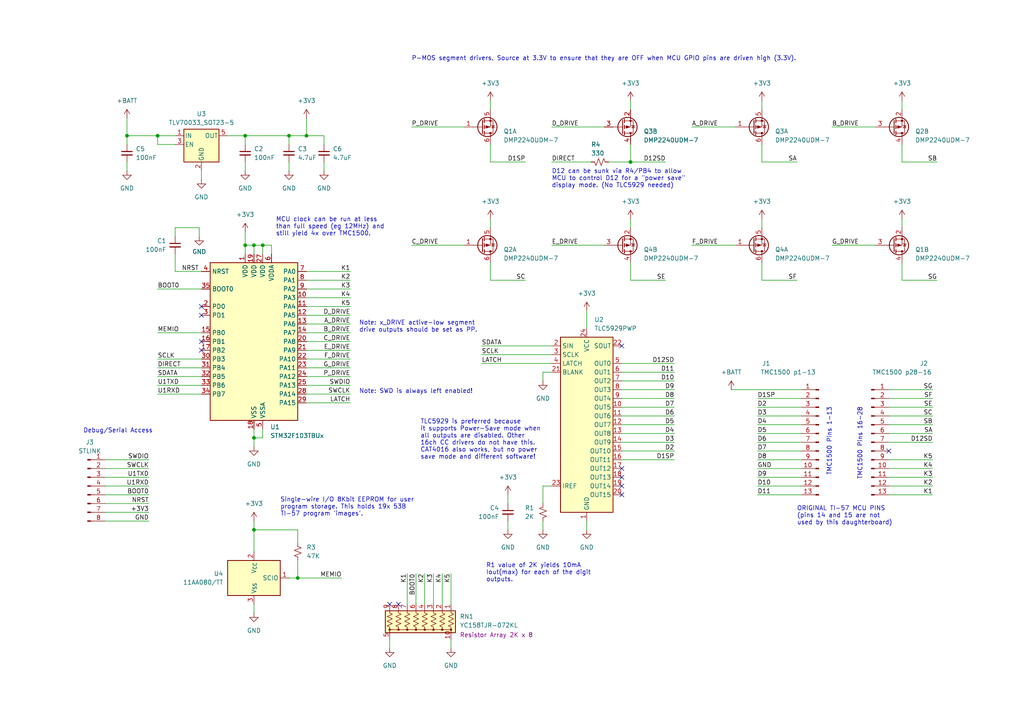
<source format=kicad_sch>
(kicad_sch (version 20230121) (generator eeschema)
  (paper "A4")
  (title_block (title "RCL-57 Retrofit MCU") (date "2024-04-19") (rev "0.2") (company "tomcircuit@gmail.com"))
  (lib_symbols
    (symbol "Connector:Conn_01x08_Pin" (pin_names (offset 1.016) hide)
      (property "Reference" "J" (at 0 10.16 0))
      (property "Value" "Conn_01x08_Pin" (at 0 -12.7 0))
      (symbol "Conn_01x08_Pin_1_1"
        (polyline (pts (xy 1.27 -10.16) (xy 0.8636 -10.16)) (stroke (width 0.1524)))
        (polyline (pts (xy 1.27 -7.62) (xy 0.8636 -7.62)) (stroke (width 0.1524)))
        (polyline (pts (xy 1.27 -5.08) (xy 0.8636 -5.08)) (stroke (width 0.1524)))
        (polyline (pts (xy 1.27 -2.54) (xy 0.8636 -2.54)) (stroke (width 0.1524)))
        (polyline (pts (xy 1.27 0) (xy 0.8636 0)) (stroke (width 0.1524)))
        (polyline (pts (xy 1.27 2.54) (xy 0.8636 2.54)) (stroke (width 0.1524)))
        (polyline (pts (xy 1.27 5.08) (xy 0.8636 5.08)) (stroke (width 0.1524)))
        (polyline (pts (xy 1.27 7.62) (xy 0.8636 7.62)) (stroke (width 0.1524)))
        (rectangle (start 0.8636 -10.033) (end 0 -10.287) (stroke (width 0.1524)) (fill (type outline)))
        (rectangle (start 0.8636 -7.493) (end 0 -7.747) (stroke (width 0.1524)) (fill (type outline)))
        (rectangle (start 0.8636 -4.953) (end 0 -5.207) (stroke (width 0.1524)) (fill (type outline)))
        (rectangle (start 0.8636 -2.413) (end 0 -2.667) (stroke (width 0.1524)) (fill (type outline)))
        (rectangle (start 0.8636 0.127) (end 0 -0.127) (stroke (width 0.1524)) (fill (type outline)))
        (rectangle (start 0.8636 2.667) (end 0 2.413) (stroke (width 0.1524)) (fill (type outline)))
        (rectangle (start 0.8636 5.207) (end 0 4.953) (stroke (width 0.1524)) (fill (type outline)))
        (rectangle (start 0.8636 7.747) (end 0 7.493) (stroke (width 0.1524)) (fill (type outline)))
        (pin passive line (at 5.08 7.62 180) (length 3.81) (name "Pin_1") (number "1"))
        (pin passive line (at 5.08 5.08 180) (length 3.81) (name "Pin_2") (number "2"))
        (pin passive line (at 5.08 2.54 180) (length 3.81) (name "Pin_3") (number "3"))
        (pin passive line (at 5.08 0 180) (length 3.81) (name "Pin_4") (number "4"))
        (pin passive line (at 5.08 -2.54 180) (length 3.81) (name "Pin_5") (number "5"))
        (pin passive line (at 5.08 -5.08 180) (length 3.81) (name "Pin_6") (number "6"))
        (pin passive line (at 5.08 -7.62 180) (length 3.81) (name "Pin_7") (number "7"))
        (pin passive line (at 5.08 -10.16 180) (length 3.81) (name "Pin_8") (number "8"))
      )
    )
    (symbol "Connector:Conn_01x13_Pin" (pin_names (offset 1.016) hide)
      (property "Reference" "J" (at 0 17.78 0))
      (property "Value" "Conn_01x13_Pin" (at 0 -17.78 0))
      (symbol "Conn_01x13_Pin_1_1"
        (polyline (pts (xy 1.27 -15.24) (xy 0.8636 -15.24)) (stroke (width 0.1524)))
        (polyline (pts (xy 1.27 -12.7) (xy 0.8636 -12.7)) (stroke (width 0.1524)))
        (polyline (pts (xy 1.27 -10.16) (xy 0.8636 -10.16)) (stroke (width 0.1524)))
        (polyline (pts (xy 1.27 -7.62) (xy 0.8636 -7.62)) (stroke (width 0.1524)))
        (polyline (pts (xy 1.27 -5.08) (xy 0.8636 -5.08)) (stroke (width 0.1524)))
        (polyline (pts (xy 1.27 -2.54) (xy 0.8636 -2.54)) (stroke (width 0.1524)))
        (polyline (pts (xy 1.27 0) (xy 0.8636 0)) (stroke (width 0.1524)))
        (polyline (pts (xy 1.27 2.54) (xy 0.8636 2.54)) (stroke (width 0.1524)))
        (polyline (pts (xy 1.27 5.08) (xy 0.8636 5.08)) (stroke (width 0.1524)))
        (polyline (pts (xy 1.27 7.62) (xy 0.8636 7.62)) (stroke (width 0.1524)))
        (polyline (pts (xy 1.27 10.16) (xy 0.8636 10.16)) (stroke (width 0.1524)))
        (polyline (pts (xy 1.27 12.7) (xy 0.8636 12.7)) (stroke (width 0.1524)))
        (polyline (pts (xy 1.27 15.24) (xy 0.8636 15.24)) (stroke (width 0.1524)))
        (rectangle (start 0.8636 -15.113) (end 0 -15.367) (stroke (width 0.1524)) (fill (type outline)))
        (rectangle (start 0.8636 -12.573) (end 0 -12.827) (stroke (width 0.1524)) (fill (type outline)))
        (rectangle (start 0.8636 -10.033) (end 0 -10.287) (stroke (width 0.1524)) (fill (type outline)))
        (rectangle (start 0.8636 -7.493) (end 0 -7.747) (stroke (width 0.1524)) (fill (type outline)))
        (rectangle (start 0.8636 -4.953) (end 0 -5.207) (stroke (width 0.1524)) (fill (type outline)))
        (rectangle (start 0.8636 -2.413) (end 0 -2.667) (stroke (width 0.1524)) (fill (type outline)))
        (rectangle (start 0.8636 0.127) (end 0 -0.127) (stroke (width 0.1524)) (fill (type outline)))
        (rectangle (start 0.8636 2.667) (end 0 2.413) (stroke (width 0.1524)) (fill (type outline)))
        (rectangle (start 0.8636 5.207) (end 0 4.953) (stroke (width 0.1524)) (fill (type outline)))
        (rectangle (start 0.8636 7.747) (end 0 7.493) (stroke (width 0.1524)) (fill (type outline)))
        (rectangle (start 0.8636 10.287) (end 0 10.033) (stroke (width 0.1524)) (fill (type outline)))
        (rectangle (start 0.8636 12.827) (end 0 12.573) (stroke (width 0.1524)) (fill (type outline)))
        (rectangle (start 0.8636 15.367) (end 0 15.113) (stroke (width 0.1524)) (fill (type outline)))
        (pin passive line (at 5.08 15.24 180) (length 3.81) (name "Pin_1") (number "1"))
        (pin passive line (at 5.08 -7.62 180) (length 3.81) (name "Pin_10") (number "10"))
        (pin passive line (at 5.08 -10.16 180) (length 3.81) (name "Pin_11") (number "11"))
        (pin passive line (at 5.08 -12.7 180) (length 3.81) (name "Pin_12") (number "12"))
        (pin passive line (at 5.08 -15.24 180) (length 3.81) (name "Pin_13") (number "13"))
        (pin passive line (at 5.08 12.7 180) (length 3.81) (name "Pin_2") (number "2"))
        (pin passive line (at 5.08 10.16 180) (length 3.81) (name "Pin_3") (number "3"))
        (pin passive line (at 5.08 7.62 180) (length 3.81) (name "Pin_4") (number "4"))
        (pin passive line (at 5.08 5.08 180) (length 3.81) (name "Pin_5") (number "5"))
        (pin passive line (at 5.08 2.54 180) (length 3.81) (name "Pin_6") (number "6"))
        (pin passive line (at 5.08 0 180) (length 3.81) (name "Pin_7") (number "7"))
        (pin passive line (at 5.08 -2.54 180) (length 3.81) (name "Pin_8") (number "8"))
        (pin passive line (at 5.08 -5.08 180) (length 3.81) (name "Pin_9") (number "9"))
      )
    )
    (symbol "Device:C_Small" (pin_numbers hide) (pin_names (offset 0.254) hide)
      (property "Reference" "C" (at 0.254 1.778 0))
      (property "Value" "C_Small" (at 0.254 -2.032 0))
      (symbol "C_Small_0_1"
        (polyline (pts (xy -1.524 -0.508) (xy 1.524 -0.508)) (stroke (width 0.3302)))
        (polyline (pts (xy -1.524 0.508) (xy 1.524 0.508)) (stroke (width 0.3048)))
      )
      (symbol "C_Small_1_1"
        (pin passive line (at 0 2.54 270) (length 2.032) (name "~") (number "1"))
        (pin passive line (at 0 -2.54 90) (length 2.032) (name "~") (number "2"))
      )
    )
    (symbol "Device:R_Small_US" (pin_numbers hide) (pin_names (offset 0.254) hide)
      (property "Reference" "R" (at 0.762 0.508 0))
      (property "Value" "R_Small_US" (at 0.762 -1.016 0))
      (symbol "R_Small_US_1_1"
        (polyline (pts (xy 0 0) (xy 1.016 -0.381) (xy 0 -0.762) (xy -1.016 -1.143) (xy 0 -1.524)))
        (polyline (pts (xy 0 1.524) (xy 1.016 1.143) (xy 0 0.762) (xy -1.016 0.381) (xy 0 0)))
        (pin passive line (at 0 2.54 270) (length 1.016) (name "~") (number "1"))
        (pin passive line (at 0 -2.54 90) (length 1.016) (name "~") (number "2"))
      )
    )
    (symbol "MCU_ST_STM32F1:STM32F103TBUx"
      (property "Reference" "U" (at -12.7 24.13 0))
      (property "Value" "STM32F103TBUx" (at 7.62 24.13 0))
      (symbol "STM32F103TBUx_0_1"
        (rectangle (start -12.7 -22.86) (end 12.7 22.86) (stroke (width 0.254)) (fill (type background)))
      )
      (symbol "STM32F103TBUx_1_1"
        (pin power_in line (at -2.54 25.4 270) (length 2.54) (name "VDD") (number "1"))
        (pin bidirectional line (at 15.24 12.7 180) (length 2.54) (name "PA3") (number "10"))
        (pin bidirectional line (at 15.24 10.16 180) (length 2.54) (name "PA4") (number "11"))
        (pin bidirectional line (at 15.24 7.62 180) (length 2.54) (name "PA5") (number "12"))
        (pin bidirectional line (at 15.24 5.08 180) (length 2.54) (name "PA6") (number "13"))
        (pin bidirectional line (at 15.24 2.54 180) (length 2.54) (name "PA7") (number "14"))
        (pin bidirectional line (at -15.24 2.54 0) (length 2.54) (name "PB0") (number "15"))
        (pin bidirectional line (at -15.24 0 0) (length 2.54) (name "PB1") (number "16"))
        (pin bidirectional line (at -15.24 -2.54 0) (length 2.54) (name "PB2") (number "17"))
        (pin power_in line (at 0 -25.4 90) (length 2.54) (name "VSS") (number "18"))
        (pin power_in line (at 0 25.4 270) (length 2.54) (name "VDD") (number "19"))
        (pin bidirectional line (at -15.24 10.16 0) (length 2.54) (name "PD0") (number "2"))
        (pin bidirectional line (at 15.24 0 180) (length 2.54) (name "PA8") (number "20"))
        (pin bidirectional line (at 15.24 -2.54 180) (length 2.54) (name "PA9") (number "21"))
        (pin bidirectional line (at 15.24 -5.08 180) (length 2.54) (name "PA10") (number "22"))
        (pin bidirectional line (at 15.24 -7.62 180) (length 2.54) (name "PA11") (number "23"))
        (pin bidirectional line (at 15.24 -10.16 180) (length 2.54) (name "PA12") (number "24"))
        (pin bidirectional line (at 15.24 -12.7 180) (length 2.54) (name "PA13") (number "25"))
        (pin passive line (at 0 -25.4 90) (length 2.54) hide (name "VSS") (number "26"))
        (pin power_in line (at 2.54 25.4 270) (length 2.54) (name "VDD") (number "27"))
        (pin bidirectional line (at 15.24 -15.24 180) (length 2.54) (name "PA14") (number "28"))
        (pin bidirectional line (at 15.24 -17.78 180) (length 2.54) (name "PA15") (number "29"))
        (pin bidirectional line (at -15.24 7.62 0) (length 2.54) (name "PD1") (number "3"))
        (pin bidirectional line (at -15.24 -5.08 0) (length 2.54) (name "PB3") (number "30"))
        (pin bidirectional line (at -15.24 -7.62 0) (length 2.54) (name "PB4") (number "31"))
        (pin bidirectional line (at -15.24 -10.16 0) (length 2.54) (name "PB5") (number "32"))
        (pin bidirectional line (at -15.24 -12.7 0) (length 2.54) (name "PB6") (number "33"))
        (pin bidirectional line (at -15.24 -15.24 0) (length 2.54) (name "PB7") (number "34"))
        (pin input line (at -15.24 15.24 0) (length 2.54) (name "BOOT0") (number "35"))
        (pin passive line (at 0 -25.4 90) (length 2.54) hide (name "VSS") (number "36"))
        (pin passive line (at 0 -25.4 90) (length 2.54) hide (name "VSS") (number "37"))
        (pin input line (at -15.24 20.32 0) (length 2.54) (name "NRST") (number "4"))
        (pin power_in line (at 2.54 -25.4 90) (length 2.54) (name "VSSA") (number "5"))
        (pin power_in line (at 5.08 25.4 270) (length 2.54) (name "VDDA") (number "6"))
        (pin bidirectional line (at 15.24 20.32 180) (length 2.54) (name "PA0") (number "7"))
        (pin bidirectional line (at 15.24 17.78 180) (length 2.54) (name "PA1") (number "8"))
        (pin bidirectional line (at 15.24 15.24 180) (length 2.54) (name "PA2") (number "9"))
      )
    )
    (symbol "Regulator_Linear:TLV70033_SOT23-5" (pin_names (offset 0.254))
      (property "Reference" "U3" (at 0 8.89 0))
      (property "Value" "TLV70033_SOT23-5" (at 0 6.35 0))
      (symbol "TLV70033_SOT23-5_0_1"
        (rectangle (start -5.08 4.445) (end 5.08 -5.08) (stroke (width 0.254)) (fill (type background)))
      )
      (symbol "TLV70033_SOT23-5_1_1"
        (pin power_in line (at -7.62 2.54 0) (length 2.54) (name "IN") (number "1"))
        (pin power_in line (at 0 -7.62 90) (length 2.54) (name "GND") (number "2"))
        (pin input line (at -7.62 0 0) (length 2.54) (name "EN") (number "3"))
        (pin power_in line (at 0 -7.62 90) (length 2.54) hide (name "NC") (number "4"))
        (pin power_out line (at 7.62 2.54 180) (length 2.54) (name "OUT") (number "5"))
      )
    )
    (symbol "power:+3V3" (power) (pin_names (offset 0))
      (property "Value" "+3V3" (at 0 3.556 0))
      (symbol "+3V3_0_1"
        (polyline (pts (xy -0.762 1.27) (xy 0 2.54)))
        (polyline (pts (xy 0 0) (xy 0 2.54)))
        (polyline (pts (xy 0 2.54) (xy 0.762 1.27)))
      )
      (symbol "+3V3_1_1"
        (pin power_in line (at 0 0 90) (length 0) hide (name "+3V3") (number "1"))
      )
    )
    (symbol "power:+BATT" (power) (pin_names (offset 0))
      (property "Value" "+BATT" (at 0 3.556 0))
      (symbol "+BATT_0_1"
        (polyline (pts (xy -0.762 1.27) (xy 0 2.54)))
        (polyline (pts (xy 0 0) (xy 0 2.54)))
        (polyline (pts (xy 0 2.54) (xy 0.762 1.27)))
      )
      (symbol "+BATT_1_1"
        (pin power_in line (at 0 0 90) (length 0) hide (name "+BATT") (number "1"))
      )
    )
    (symbol "power:GND" (power) (pin_names (offset 0))
      (property "Value" "GND" (at 0 -3.81 0))
      (symbol "GND_0_1"
        (polyline (pts (xy 0 0) (xy 0 -1.27) (xy 1.27 -1.27) (xy 0 -2.54) (xy -1.27 -1.27) (xy 0 -1.27)))
      )
      (symbol "GND_1_1"
        (pin power_in line (at 0 0 270) (length 0) hide (name "GND") (number "1"))
      )
    )
    (symbol "ti57_library:11AAxxx/TT"
      (property "Reference" "U" (at -7.62 6.35 0))
      (property "Value" "11AAxxx/TT" (at 2.54 -6.35 0))
      (symbol "11AAxxx/TT_1_1"
        (rectangle (start -7.62 5.08) (end 7.62 -5.08) (stroke (width 0.254)) (fill (type background)))
        (pin bidirectional line (at 10.16 0 180) (length 2.54) (name "SCIO") (number "1"))
        (pin power_in line (at 0 7.62 270) (length 2.54) (name "V_{CC}") (number "2"))
        (pin power_in line (at 0 -7.62 90) (length 2.54) (name "V_{SS}") (number "3"))
      )
    )
    (symbol "ti57_library:DMP2240UDM-7" (pin_names hide)
      (property "Reference" "Q" (at 5.08 2.54 0))
      (property "Value" "DMP2240UDM-7" (at 5.08 0 0))
      (symbol "DMP2240UDM-7_1_1"
        (polyline (pts (xy 0.2511 1.9119) (xy 0.2511 -1.8981)) (stroke (width 0.254)))
        (polyline (pts (xy 0.254 0) (xy -2.54 0)))
        (polyline (pts (xy 0.7591 -1.2631) (xy 0.7591 -2.2791)) (stroke (width 0.254)))
        (polyline (pts (xy 0.7591 0.5149) (xy 0.7591 -0.5011)) (stroke (width 0.254)))
        (polyline (pts (xy 0.7591 2.2929) (xy 0.7591 1.2769)) (stroke (width 0.254)))
        (polyline (pts (xy 2.5371 -1.8981) (xy 2.5371 -2.5331)))
        (polyline (pts (xy 2.5371 2.5469) (xy 2.5371 0.0069) (xy 0.7591 0.0069)))
        (polyline (pts (xy 0.7591 -1.7711) (xy 3.2991 -1.7711) (xy 3.2991 1.7849) (xy 0.7591 1.7849)))
        (polyline (pts (xy 2.2831 0.0069) (xy 1.2671 -0.3741) (xy 1.2671 0.3879) (xy 2.2831 0.0069)) (fill (type outline)))
        (polyline (pts (xy 2.7911 0.5149) (xy 2.9181 0.3879) (xy 3.6801 0.3879) (xy 3.8071 0.2609)))
        (polyline (pts (xy 3.2991 0.3879) (xy 2.9181 -0.2471) (xy 3.6801 -0.2471) (xy 3.2991 0.3879)))
        (circle (center 1.6481 0.0069) (radius 2.794) (stroke (width 0.254)))
        (circle (center 2.5371 -1.7711) (radius 0.254) (fill (type outline)))
        (circle (center 2.5371 1.7849) (radius 0.254) (fill (type outline)))
        (pin input line (at -5.08 0 0) (length 2.54) (name "GA") (number "1"))
        (pin passive line (at 2.54 5.08 270) (length 2.54) (name "SA") (number "5"))
        (pin passive line (at 2.54 -5.08 90) (length 2.54) (name "DA") (number "6"))
      )
      (symbol "DMP2240UDM-7_2_1"
        (polyline (pts (xy 0.254 0) (xy -2.54 0)))
        (polyline (pts (xy 0.254 1.905) (xy 0.254 -1.905)) (stroke (width 0.254)))
        (polyline (pts (xy 0.762 -1.27) (xy 0.762 -2.286)) (stroke (width 0.254)))
        (polyline (pts (xy 0.762 0.508) (xy 0.762 -0.508)) (stroke (width 0.254)))
        (polyline (pts (xy 0.762 2.286) (xy 0.762 1.27)) (stroke (width 0.254)))
        (polyline (pts (xy 2.54 -1.905) (xy 2.54 -2.54)))
        (polyline (pts (xy 2.54 2.54) (xy 2.54 0) (xy 0.762 0)))
        (polyline (pts (xy 0.762 -1.778) (xy 3.302 -1.778) (xy 3.302 1.778) (xy 0.762 1.778)))
        (polyline (pts (xy 2.286 0) (xy 1.27 -0.381) (xy 1.27 0.381) (xy 2.286 0)) (fill (type outline)))
        (polyline (pts (xy 2.794 0.508) (xy 2.921 0.381) (xy 3.683 0.381) (xy 3.81 0.254)))
        (polyline (pts (xy 3.302 0.381) (xy 2.921 -0.254) (xy 3.683 -0.254) (xy 3.302 0.381)))
        (circle (center 1.651 0) (radius 2.794) (stroke (width 0.254)))
        (circle (center 2.54 -1.778) (radius 0.254) (fill (type outline)))
        (circle (center 2.54 1.778) (radius 0.254) (fill (type outline)))
        (pin passive line (at 2.54 5.08 270) (length 2.54) (name "SB") (number "2"))
        (pin input line (at -5.08 0 0) (length 2.54) (name "GB") (number "3"))
        (pin passive line (at 2.54 -5.08 90) (length 2.54) (name "DB") (number "4"))
      )
    )
    (symbol "ti57_library:R_Network_YC158T" (pin_names (offset 0) hide)
      (property "Reference" "RN" (at -12.7 0 90))
      (property "Value" "R_Network_YC158T" (at 10.16 0 90))
      (symbol "R_Network_YC158T_0_1"
        (rectangle (start -11.43 3.175) (end 8.89 -3.175) (stroke (width 0.254)) (fill (type background)))
        (circle (center -10.16 2.286) (radius 0.254) (fill (type outline)))
        (circle (center -7.62 2.286) (radius 0.254) (fill (type outline)))
        (circle (center -5.08 2.286) (radius 0.254) (fill (type outline)))
        (circle (center -2.54 2.286) (radius 0.254) (fill (type outline)))
        (polyline (pts (xy -10.16 2.286) (xy 7.62 2.286)))
        (polyline (pts (xy -10.16 2.286) (xy -10.16 1.524) (xy -9.398 1.1684) (xy -10.922 0.508) (xy -9.398 -0.1524) (xy -10.922 -0.8382) (xy -9.398 -1.524) (xy -10.922 -2.1844) (xy -10.16 -2.54) (xy -10.16 -3.81)))
        (polyline (pts (xy -7.62 2.286) (xy -7.62 1.524) (xy -6.858 1.1684) (xy -8.382 0.508) (xy -6.858 -0.1524) (xy -8.382 -0.8382) (xy -6.858 -1.524) (xy -8.382 -2.1844) (xy -7.62 -2.54) (xy -7.62 -3.81)))
        (polyline (pts (xy -5.08 2.286) (xy -5.08 1.524) (xy -4.318 1.1684) (xy -5.842 0.508) (xy -4.318 -0.1524) (xy -5.842 -0.8382) (xy -4.318 -1.524) (xy -5.842 -2.1844) (xy -5.08 -2.54) (xy -5.08 -3.81)))
        (polyline (pts (xy -2.54 2.286) (xy -2.54 1.524) (xy -1.778 1.1684) (xy -3.302 0.508) (xy -1.778 -0.1524) (xy -3.302 -0.8382) (xy -1.778 -1.524) (xy -3.302 -2.1844) (xy -2.54 -2.54) (xy -2.54 -3.81)))
        (polyline (pts (xy 0 2.286) (xy 0 1.524) (xy 0.762 1.1684) (xy -0.762 0.508) (xy 0.762 -0.1524) (xy -0.762 -0.8382) (xy 0.762 -1.524) (xy -0.762 -2.1844) (xy 0 -2.54) (xy 0 -3.81)))
        (polyline (pts (xy 2.54 2.286) (xy 2.54 1.524) (xy 3.302 1.1684) (xy 1.778 0.508) (xy 3.302 -0.1524) (xy 1.778 -0.8382) (xy 3.302 -1.524) (xy 1.778 -2.1844) (xy 2.54 -2.54) (xy 2.54 -3.81)))
        (polyline (pts (xy 5.08 2.286) (xy 5.08 1.524) (xy 5.842 1.1684) (xy 4.318 0.508) (xy 5.842 -0.1524) (xy 4.318 -0.8382) (xy 5.842 -1.524) (xy 4.318 -2.1844) (xy 5.08 -2.54) (xy 5.08 -3.81)))
        (polyline (pts (xy 7.62 2.286) (xy 7.62 1.524) (xy 8.382 1.1684) (xy 6.858 0.508) (xy 8.382 -0.1524) (xy 6.858 -0.8382) (xy 8.382 -1.524) (xy 6.858 -2.1844) (xy 7.62 -2.54) (xy 7.62 -3.81)))
        (circle (center 0 2.286) (radius 0.254) (fill (type outline)))
        (circle (center 2.54 2.286) (radius 0.254) (fill (type outline)))
        (circle (center 5.08 2.286) (radius 0.254) (fill (type outline)))
        (circle (center 7.62 2.286) (radius 0.254) (fill (type outline)))
      )
      (symbol "R_Network_YC158T_1_1"
        (pin passive line (at -10.16 -5.08 90) (length 1.27) (name "R1") (number "1"))
        (pin passive line (at -10.16 5.08 270) (length 2.54) (name "common2") (number "10"))
        (pin passive line (at -7.62 -5.08 90) (length 1.27) (name "R2") (number "2"))
        (pin passive line (at -5.08 -5.08 90) (length 1.27) (name "R3") (number "3"))
        (pin passive line (at -2.54 -5.08 90) (length 1.27) (name "R4") (number "4"))
        (pin passive line (at 7.62 5.08 270) (length 2.54) (name "common1") (number "5"))
        (pin passive line (at 0 -5.08 90) (length 1.27) (name "R5") (number "6"))
        (pin passive line (at 2.54 -5.08 90) (length 1.27) (name "R6") (number "7"))
        (pin passive line (at 5.08 -5.08 90) (length 1.27) (name "R7") (number "8"))
        (pin passive line (at 7.62 -5.08 90) (length 1.27) (name "R8") (number "9"))
      )
    )
    (symbol "ti57_library:TLC5929PWP"
      (property "Reference" "U" (at -7.62 26.67 0))
      (property "Value" "TLC5929PWP" (at 6.35 -26.67 0))
      (symbol "TLC5929PWP_0_1"
        (rectangle (start -7.62 25.4) (end 7.62 -25.4) (stroke (width 0.254)) (fill (type background)))
      )
      (symbol "TLC5929PWP_1_1"
        (pin power_in line (at 0 -27.94 90) (length 2.54) (name "GND") (number "1"))
        (pin open_collector line (at 10.16 5.08 180) (length 2.54) (name "OUT5") (number "10"))
        (pin open_collector line (at 10.16 2.54 180) (length 2.54) (name "OUT6") (number "11"))
        (pin open_collector line (at 10.16 0 180) (length 2.54) (name "OUT7") (number "12"))
        (pin open_collector line (at 10.16 -2.54 180) (length 2.54) (name "OUT8") (number "13"))
        (pin open_collector line (at 10.16 -5.08 180) (length 2.54) (name "OUT9") (number "14"))
        (pin open_collector line (at 10.16 -7.62 180) (length 2.54) (name "OUT10") (number "15"))
        (pin open_collector line (at 10.16 -10.16 180) (length 2.54) (name "OUT11") (number "16"))
        (pin open_collector line (at 10.16 -12.7 180) (length 2.54) (name "OUT12") (number "17"))
        (pin open_collector line (at 10.16 -15.24 180) (length 2.54) (name "OUT13") (number "18"))
        (pin open_collector line (at 10.16 -17.78 180) (length 2.54) (name "OUT14") (number "19"))
        (pin input line (at -10.16 22.86 0) (length 2.54) (name "SIN") (number "2"))
        (pin open_collector line (at 10.16 -20.32 180) (length 2.54) (name "OUT15") (number "20"))
        (pin input line (at -10.16 15.24 0) (length 2.54) (name "BLANK") (number "21"))
        (pin output line (at 10.16 22.86 180) (length 2.54) (name "SOUT") (number "22"))
        (pin input line (at -10.16 -17.78 0) (length 2.54) (name "IREF") (number "23"))
        (pin power_in line (at 0 27.94 270) (length 2.54) (name "VCC") (number "24"))
        (pin passive line (at 0 -27.94 90) (length 2.54) hide (name "GND") (number "25"))
        (pin input line (at -10.16 20.32 0) (length 2.54) (name "SCLK") (number "3"))
        (pin input line (at -10.16 17.78 0) (length 2.54) (name "LATCH") (number "4"))
        (pin open_collector line (at 10.16 17.78 180) (length 2.54) (name "OUT0") (number "5"))
        (pin open_collector line (at 10.16 15.24 180) (length 2.54) (name "OUT1") (number "6"))
        (pin open_collector line (at 10.16 12.7 180) (length 2.54) (name "OUT2") (number "7"))
        (pin open_collector line (at 10.16 10.16 180) (length 2.54) (name "OUT3") (number "8"))
        (pin open_collector line (at 10.16 7.62 180) (length 2.54) (name "OUT4") (number "9"))
      )
    )
  )
  (junction (at 76.2 71.12))
  (junction (at 83.82 39.37))
  (junction (at 71.12 39.37))
  (junction (at 182.88 46.99))
  (junction (at 71.12 71.12))
  (junction (at 36.83 39.37))
  (junction (at 73.66 127))
  (junction (at 86.36 167.64))
  (junction (at 45.72 39.37))
  (junction (at 73.66 153.67))
  (junction (at 73.66 71.12))
  (junction (at 88.9 39.37))
  (no_connect (at 113.03 175.26))
  (no_connect (at 58.42 88.9))
  (no_connect (at 180.34 143.51))
  (no_connect (at 180.34 100.33))
  (no_connect (at 58.42 101.6))
  (no_connect (at 180.34 138.43))
  (no_connect (at 58.42 99.06))
  (no_connect (at 257.81 130.81))
  (no_connect (at 180.34 135.89))
  (no_connect (at 58.42 91.44))
  (no_connect (at 115.57 175.26))
  (no_connect (at 180.34 140.97))
  (wire (pts (xy 257.81 120.65) (xy 270.51 120.65)))
  (wire (pts (xy 119.38 36.83) (xy 134.62 36.83)))
  (wire (pts (xy 180.34 105.41) (xy 195.58 105.41)))
  (wire (pts (xy 257.81 135.89) (xy 270.51 135.89)))
  (wire (pts (xy 50.8 78.74) (xy 50.8 73.66)))
  (wire (pts (xy 50.8 66.04) (xy 57.785 66.04)))
  (wire (pts (xy 76.2 73.66) (xy 76.2 71.12)))
  (wire (pts (xy 180.34 107.95) (xy 195.58 107.95)))
  (wire (pts (xy 101.6 81.28) (xy 88.9 81.28)))
  (wire (pts (xy 257.81 125.73) (xy 270.51 125.73)))
  (wire (pts (xy 257.81 118.11) (xy 270.51 118.11)))
  (wire (pts (xy 170.18 151.13) (xy 170.18 153.67)))
  (wire (pts (xy 182.88 46.99) (xy 193.04 46.99)))
  (wire (pts (xy 219.71 140.97) (xy 232.41 140.97)))
  (wire (pts (xy 119.38 71.12) (xy 134.62 71.12)))
  (wire (pts (xy 180.34 113.03) (xy 195.58 113.03)))
  (wire (pts (xy 142.24 41.91) (xy 142.24 46.99)))
  (wire (pts (xy 123.19 166.37) (xy 123.19 175.26)))
  (wire (pts (xy 219.71 133.35) (xy 232.41 133.35)))
  (wire (pts (xy 58.42 106.68) (xy 45.72 106.68)))
  (wire (pts (xy 200.66 71.12) (xy 213.36 71.12)))
  (wire (pts (xy 45.72 111.76) (xy 58.42 111.76)))
  (wire (pts (xy 160.02 140.97) (xy 157.48 140.97)))
  (wire (pts (xy 83.82 39.37) (xy 83.82 41.91)))
  (wire (pts (xy 118.11 166.37) (xy 118.11 175.26)))
  (wire (pts (xy 101.6 83.82) (xy 88.9 83.82)))
  (wire (pts (xy 30.48 140.97) (xy 43.18 140.97)))
  (wire (pts (xy 142.24 81.28) (xy 152.4 81.28)))
  (wire (pts (xy 125.73 166.37) (xy 125.73 175.26)))
  (wire (pts (xy 139.7 102.87) (xy 160.02 102.87)))
  (wire (pts (xy 219.71 118.11) (xy 232.41 118.11)))
  (wire (pts (xy 36.83 39.37) (xy 36.83 41.91)))
  (wire (pts (xy 220.98 63.5) (xy 220.98 66.04)))
  (wire (pts (xy 157.48 107.95) (xy 160.02 107.95)))
  (wire (pts (xy 160.02 71.12) (xy 175.26 71.12)))
  (wire (pts (xy 220.98 76.2) (xy 220.98 81.28)))
  (wire (pts (xy 261.62 81.28) (xy 271.78 81.28)))
  (wire (pts (xy 78.74 73.66) (xy 78.74 71.12)))
  (wire (pts (xy 78.74 71.12) (xy 76.2 71.12)))
  (wire (pts (xy 73.66 127) (xy 73.66 129.54)))
  (wire (pts (xy 86.36 157.48) (xy 86.36 153.67)))
  (wire (pts (xy 30.48 151.13) (xy 43.18 151.13)))
  (wire (pts (xy 58.42 104.14) (xy 45.72 104.14)))
  (wire (pts (xy 220.98 29.21) (xy 220.98 31.75)))
  (wire (pts (xy 257.81 115.57) (xy 270.51 115.57)))
  (wire (pts (xy 71.12 39.37) (xy 71.12 41.91)))
  (wire (pts (xy 88.9 86.36) (xy 101.6 86.36)))
  (wire (pts (xy 58.42 109.22) (xy 45.72 109.22)))
  (wire (pts (xy 219.71 125.73) (xy 232.41 125.73)))
  (wire (pts (xy 261.62 41.91) (xy 261.62 46.99)))
  (wire (pts (xy 71.12 71.12) (xy 71.12 73.66)))
  (wire (pts (xy 101.6 104.14) (xy 88.9 104.14)))
  (wire (pts (xy 261.62 46.99) (xy 271.78 46.99)))
  (wire (pts (xy 101.6 91.44) (xy 88.9 91.44)))
  (wire (pts (xy 73.66 71.12) (xy 73.66 73.66)))
  (wire (pts (xy 257.81 133.35) (xy 270.51 133.35)))
  (wire (pts (xy 180.34 120.65) (xy 195.58 120.65)))
  (wire (pts (xy 71.12 46.99) (xy 71.12 49.53)))
  (wire (pts (xy 76.2 127) (xy 73.66 127)))
  (wire (pts (xy 120.65 166.37) (xy 120.65 175.26)))
  (wire (pts (xy 30.48 148.59) (xy 43.18 148.59)))
  (wire (pts (xy 101.6 109.22) (xy 88.9 109.22)))
  (wire (pts (xy 182.88 41.91) (xy 182.88 46.99)))
  (wire (pts (xy 36.83 39.37) (xy 45.72 39.37)))
  (wire (pts (xy 257.81 138.43) (xy 270.51 138.43)))
  (wire (pts (xy 50.8 41.91) (xy 45.72 41.91)))
  (wire (pts (xy 71.12 39.37) (xy 83.82 39.37)))
  (wire (pts (xy 30.48 133.35) (xy 43.18 133.35)))
  (wire (pts (xy 219.71 138.43) (xy 232.41 138.43)))
  (wire (pts (xy 180.34 115.57) (xy 195.58 115.57)))
  (wire (pts (xy 101.6 99.06) (xy 88.9 99.06)))
  (wire (pts (xy 45.72 96.52) (xy 58.42 96.52)))
  (wire (pts (xy 180.34 123.19) (xy 195.58 123.19)))
  (wire (pts (xy 170.18 90.17) (xy 170.18 95.25)))
  (wire (pts (xy 101.6 111.76) (xy 88.9 111.76)))
  (wire (pts (xy 182.88 76.2) (xy 182.88 81.28)))
  (wire (pts (xy 73.66 151.13) (xy 73.66 153.67)))
  (wire (pts (xy 180.34 118.11) (xy 195.58 118.11)))
  (wire (pts (xy 128.27 166.37) (xy 128.27 175.26)))
  (wire (pts (xy 200.66 36.83) (xy 213.36 36.83)))
  (wire (pts (xy 73.66 71.12) (xy 76.2 71.12)))
  (wire (pts (xy 45.72 83.82) (xy 58.42 83.82)))
  (wire (pts (xy 101.6 114.3) (xy 88.9 114.3)))
  (wire (pts (xy 101.6 78.74) (xy 88.9 78.74)))
  (wire (pts (xy 93.98 39.37) (xy 93.98 41.91)))
  (wire (pts (xy 219.71 128.27) (xy 232.41 128.27)))
  (wire (pts (xy 73.66 175.26) (xy 73.66 177.8)))
  (wire (pts (xy 180.34 110.49) (xy 195.58 110.49)))
  (wire (pts (xy 180.34 133.35) (xy 195.58 133.35)))
  (wire (pts (xy 219.71 115.57) (xy 232.41 115.57)))
  (wire (pts (xy 180.34 128.27) (xy 195.58 128.27)))
  (wire (pts (xy 30.48 135.89) (xy 43.18 135.89)))
  (wire (pts (xy 30.48 138.43) (xy 43.18 138.43)))
  (wire (pts (xy 45.72 114.3) (xy 58.42 114.3)))
  (wire (pts (xy 86.36 167.64) (xy 99.06 167.64)))
  (wire (pts (xy 88.9 116.84) (xy 101.6 116.84)))
  (wire (pts (xy 160.02 46.99) (xy 171.45 46.99)))
  (wire (pts (xy 182.88 29.21) (xy 182.88 31.75)))
  (wire (pts (xy 180.34 130.81) (xy 195.58 130.81)))
  (wire (pts (xy 139.7 100.33) (xy 160.02 100.33)))
  (wire (pts (xy 45.72 39.37) (xy 50.8 39.37)))
  (wire (pts (xy 36.83 34.29) (xy 36.83 39.37)))
  (wire (pts (xy 93.98 46.99) (xy 93.98 49.53)))
  (wire (pts (xy 45.72 41.91) (xy 45.72 39.37)))
  (wire (pts (xy 257.81 128.27) (xy 270.51 128.27)))
  (wire (pts (xy 139.7 105.41) (xy 160.02 105.41)))
  (wire (pts (xy 261.62 63.5) (xy 261.62 66.04)))
  (wire (pts (xy 71.12 67.31) (xy 71.12 71.12)))
  (wire (pts (xy 58.42 78.74) (xy 50.8 78.74)))
  (wire (pts (xy 142.24 63.5) (xy 142.24 66.04)))
  (wire (pts (xy 261.62 29.21) (xy 261.62 31.75)))
  (wire (pts (xy 83.82 39.37) (xy 88.9 39.37)))
  (wire (pts (xy 182.88 63.5) (xy 182.88 66.04)))
  (wire (pts (xy 147.32 143.51) (xy 147.32 146.05)))
  (wire (pts (xy 219.71 120.65) (xy 232.41 120.65)))
  (wire (pts (xy 157.48 107.95) (xy 157.48 110.49)))
  (wire (pts (xy 147.32 151.13) (xy 147.32 153.67)))
  (wire (pts (xy 101.6 93.98) (xy 88.9 93.98)))
  (wire (pts (xy 73.66 124.46) (xy 73.66 127)))
  (wire (pts (xy 212.09 113.03) (xy 232.41 113.03)))
  (wire (pts (xy 220.98 46.99) (xy 231.14 46.99)))
  (wire (pts (xy 113.03 185.42) (xy 113.03 187.96)))
  (wire (pts (xy 36.83 46.99) (xy 36.83 49.53)))
  (wire (pts (xy 176.53 46.99) (xy 182.88 46.99)))
  (wire (pts (xy 66.04 39.37) (xy 71.12 39.37)))
  (wire (pts (xy 180.34 125.73) (xy 195.58 125.73)))
  (wire (pts (xy 241.3 36.83) (xy 254 36.83)))
  (wire (pts (xy 71.12 71.12) (xy 73.66 71.12)))
  (wire (pts (xy 30.48 143.51) (xy 43.18 143.51)))
  (wire (pts (xy 101.6 88.9) (xy 88.9 88.9)))
  (wire (pts (xy 220.98 41.91) (xy 220.98 46.99)))
  (wire (pts (xy 219.71 135.89) (xy 232.41 135.89)))
  (wire (pts (xy 257.81 113.03) (xy 270.51 113.03)))
  (wire (pts (xy 57.785 66.04) (xy 57.785 68.58)))
  (wire (pts (xy 88.9 39.37) (xy 93.98 39.37)))
  (wire (pts (xy 142.24 29.21) (xy 142.24 31.75)))
  (wire (pts (xy 83.82 46.99) (xy 83.82 49.53)))
  (wire (pts (xy 142.24 76.2) (xy 142.24 81.28)))
  (wire (pts (xy 257.81 123.19) (xy 270.51 123.19)))
  (wire (pts (xy 157.48 140.97) (xy 157.48 146.05)))
  (wire (pts (xy 88.9 34.29) (xy 88.9 39.37)))
  (wire (pts (xy 73.66 153.67) (xy 73.66 160.02)))
  (wire (pts (xy 101.6 96.52) (xy 88.9 96.52)))
  (wire (pts (xy 58.42 49.53) (xy 58.42 52.07)))
  (wire (pts (xy 257.81 143.51) (xy 270.51 143.51)))
  (wire (pts (xy 142.24 46.99) (xy 152.4 46.99)))
  (wire (pts (xy 219.71 143.51) (xy 232.41 143.51)))
  (wire (pts (xy 101.6 106.68) (xy 88.9 106.68)))
  (wire (pts (xy 101.6 101.6) (xy 88.9 101.6)))
  (wire (pts (xy 219.71 123.19) (xy 232.41 123.19)))
  (wire (pts (xy 86.36 167.64) (xy 86.36 162.56)))
  (wire (pts (xy 257.81 140.97) (xy 270.51 140.97)))
  (wire (pts (xy 157.48 151.13) (xy 157.48 153.67)))
  (wire (pts (xy 130.81 166.37) (xy 130.81 175.26)))
  (wire (pts (xy 73.66 153.67) (xy 86.36 153.67)))
  (wire (pts (xy 50.8 68.58) (xy 50.8 66.04)))
  (wire (pts (xy 261.62 76.2) (xy 261.62 81.28)))
  (wire (pts (xy 30.48 146.05) (xy 43.18 146.05)))
  (wire (pts (xy 76.2 124.46) (xy 76.2 127)))
  (wire (pts (xy 160.02 36.83) (xy 175.26 36.83)))
  (wire (pts (xy 182.88 81.28) (xy 193.04 81.28)))
  (wire (pts (xy 219.71 130.81) (xy 232.41 130.81)))
  (wire (pts (xy 130.81 185.42) (xy 130.81 187.96)))
  (wire (pts (xy 220.98 81.28) (xy 231.14 81.28)))
  (wire (pts (xy 83.82 167.64) (xy 86.36 167.64)))
  (wire (pts (xy 241.3 71.12) (xy 254 71.12)))
  (text "TLC5929 is preferred because\nit supports Power-Save mode when\nall outputs are disabled. Other\n16ch CC drivers do not have this.\nCAT4016 also works, but no power\nsave mode and different software!" (at 121.92 133.35 0) (effects (font (size 1.27 1.27)) (justify left bottom)))
  (text "Single-wire I/O 8Kbit EEPROM for user\nprogram storage. This holds 19x 53B \nTI-57 program 'images'." (at 81.28 149.86 0) (effects (font (size 1.27 1.27)) (justify left bottom)))
  (text "Note: SWD is always left enabled!" (at 104.14 114.3 0) (effects (font (size 1.27 1.27)) (justify left bottom)))
  (text "D12 can be sunk via R4/PB4 to allow\nMCU to control D12 for a \"power save\"\ndisplay mode. (No TLC5929 needed)" (at 160.02 54.61 0) (effects (font (size 1.27 1.27)) (justify left bottom)))
  (text "TMC1500 Pins 1-13" (at 241.3 118.11 90) (effects (font (size 1.27 1.27)) (justify right bottom)))
  (text "ORIGINAL TI-57 MCU PINS\n(pins 14 and 15 are not\nused by this daughterboard)" (at 231.14 152.4 0) (effects (font (size 1.27 1.27)) (justify left bottom)))
  (text "P-MOS segment drivers. Source at 3.3V to ensure that they are OFF when MCU GPIO pins are driven high (3.3V).\n" (at 119.38 17.78 0) (effects (font (size 1.27 1.27)) (justify left bottom)))
  (text "R1 value of 2K yields 10mA\nIout(max) for each of the digit\noutputs." (at 140.97 168.91 0) (effects (font (size 1.27 1.27)) (justify left bottom)))
  (text "TMC1500 Pins 16-28" (at 250.19 118.11 90) (effects (font (size 1.27 1.27)) (justify right bottom)))
  (text "Debug/Serial Access" (at 24.13 125.73 0) (effects (font (size 1.27 1.27)) (justify left bottom)))
  (text "MCU clock can be run at less\nthan full speed (eg 12MHz) and \nstill yield 4x over TMC1500." (at 80.01 68.58 0) (effects (font (size 1.27 1.27)) (justify left bottom)))
  (text "Note: x_DRIVE active-low segment \ndrive outputs should be set as PP. " (at 104.14 96.52 0) (effects (font (size 1.27 1.27)) (justify left bottom)))
  (label "C_DRIVE" (at 101.6 99.06 180))
  (label "SCLK" (at 45.72 104.14 0))
  (label "K5" (at 270.51 133.35 180))
  (label "D7" (at 195.58 118.11 180))
  (label "D1SP" (at 152.4 46.99 180))
  (label "C_DRIVE" (at 119.38 71.12 0))
  (label "SWDIO" (at 43.18 133.35 180))
  (label "LATCH" (at 101.6 116.84 180))
  (label "D12SD" (at 270.51 128.27 180))
  (label "K4" (at 270.51 135.89 180))
  (label "K3" (at 101.6 83.82 180))
  (label "D6" (at 195.58 120.65 180))
  (label "E_DRIVE" (at 101.6 101.6 180))
  (label "SWDIO" (at 101.6 111.76 180))
  (label "U1RXD" (at 45.72 114.3 0))
  (label "U1RXD" (at 43.18 140.97 180))
  (label "SCLK" (at 139.7 102.87 0))
  (label "B_DRIVE" (at 101.6 96.52 180))
  (label "D12SD" (at 193.04 46.99 180))
  (label "SDATA" (at 139.7 100.33 0))
  (label "K5" (at 130.81 166.37 270))
  (label "SA" (at 270.51 125.73 180))
  (label "A_DRIVE" (at 101.6 93.98 180))
  (label "DIRECT" (at 45.72 106.68 0))
  (label "GND" (at 43.18 151.13 180))
  (label "SWCLK" (at 101.6 114.3 180))
  (label "K4" (at 101.6 86.36 180))
  (label "BOOT0" (at 45.72 83.82 0))
  (label "SDATA" (at 45.72 109.22 0))
  (label "K2" (at 101.6 81.28 180))
  (label "SG" (at 271.78 81.28 180))
  (label "D11" (at 195.58 107.95 180))
  (label "F_DRIVE" (at 200.66 71.12 0))
  (label "U1TXD" (at 45.72 111.76 0))
  (label "D9" (at 219.71 138.43 0))
  (label "NRST" (at 52.705 78.74 0))
  (label "U1TXD" (at 43.18 138.43 180))
  (label "D2" (at 195.58 130.81 180))
  (label "D5" (at 195.58 123.19 180))
  (label "GND" (at 219.71 135.89 0))
  (label "G_DRIVE" (at 101.6 106.68 180))
  (label "K2" (at 123.19 166.37 270))
  (label "+3V3" (at 43.18 148.59 180))
  (label "D12SD" (at 195.58 105.41 180))
  (label "K4" (at 128.27 166.37 270))
  (label "D3" (at 195.58 128.27 180))
  (label "NRST" (at 43.18 146.05 180))
  (label "D1SP" (at 219.71 115.57 0))
  (label "SA" (at 231.14 46.99 180))
  (label "SF" (at 270.51 115.57 180))
  (label "D_DRIVE" (at 101.6 91.44 180))
  (label "K1" (at 118.11 166.37 270))
  (label "D7" (at 219.71 130.81 0))
  (label "E_DRIVE" (at 160.02 71.12 0))
  (label "F_DRIVE" (at 101.6 104.14 180))
  (label "K1" (at 270.51 143.51 180))
  (label "D4" (at 219.71 123.19 0))
  (label "MEMIO" (at 45.72 96.52 0))
  (label "SB" (at 270.51 123.19 180))
  (label "D10" (at 219.71 140.97 0))
  (label "B_DRIVE" (at 241.3 36.83 0))
  (label "SE" (at 270.51 118.11 180))
  (label "SF" (at 231.14 81.28 180))
  (label "P_DRIVE" (at 101.6 109.22 180))
  (label "SC" (at 270.51 120.65 180))
  (label "K2" (at 270.51 140.97 180))
  (label "D2" (at 219.71 118.11 0))
  (label "D8" (at 219.71 133.35 0))
  (label "D5" (at 219.71 125.73 0))
  (label "SE" (at 193.04 81.28 180))
  (label "MEMIO" (at 99.06 167.64 180))
  (label "K3" (at 125.73 166.37 270))
  (label "D6" (at 219.71 128.27 0))
  (label "P_DRIVE" (at 119.38 36.83 0))
  (label "DIRECT" (at 160.02 46.99 0))
  (label "LATCH" (at 139.7 105.41 0))
  (label "K3" (at 270.51 138.43 180))
  (label "SWCLK" (at 43.18 135.89 180))
  (label "D8" (at 195.58 115.57 180))
  (label "K5" (at 101.6 88.9 180))
  (label "D1SP" (at 195.58 133.35 180))
  (label "K1" (at 101.6 78.74 180))
  (label "D3" (at 219.71 120.65 0))
  (label "D_DRIVE" (at 160.02 36.83 0))
  (label "SC" (at 152.4 81.28 180))
  (label "G_DRIVE" (at 241.3 71.12 0))
  (label "D10" (at 195.58 110.49 180))
  (label "D4" (at 195.58 125.73 180))
  (label "SG" (at 270.51 113.03 180))
  (label "D9" (at 195.58 113.03 180))
  (label "BOOT0" (at 43.18 143.51 180))
  (label "SB" (at 271.78 46.99 180))
  (label "BOOT0" (at 120.65 166.37 270))
  (label "A_DRIVE" (at 200.66 36.83 0))
  (label "D11" (at 219.71 143.51 0))
  (symbol (lib_id "power:+3V3") (at 73.66 151.13 0) (unit 1)
    (property "Reference" "#PWR030" (effects hide))
    (property "Value" "+3V3" (at 73.66 146.05 0))
  )
  (symbol (lib_id "ti57_library:TLC5929PWP") (at 170.18 123.19 0) (unit 1)
    (property "Reference" "U2" (at 172.3741 92.71 0) (effects (justify left)))
    (property "Value" "TLC5929PWP" (at 172.3741 95.25 0) (effects (justify left)))
    (property "Footprint" "Package_SO:TSSOP-24-1EP_4.4x7.8mm_P0.65mm_EP3.2x5mm" (effects hide))
    (property "Datasheet" "https://www.ti.com/lit/ds/symlink/tlc5929.pdf" (effects hide))
  )
  (symbol (lib_id "power:GND") (at 147.32 153.67 0) (unit 1)
    (property "Reference" "#PWR022" (effects hide))
    (property "Value" "GND" (at 147.32 158.75 0))
  )
  (symbol (lib_id "MCU_ST_STM32F1:STM32F103TBUx") (at 73.66 99.06 0) (unit 1)
    (property "Reference" "U1" (at 78.3941 123.825 0) (effects (justify left)))
    (property "Value" "STM32F103TBUx" (at 78.3941 126.365 0) (effects (justify left)))
    (property "Footprint" "Package_DFN_QFN:QFN-36-1EP_6x6mm_P0.5mm_EP4.1x4.1mm" (effects hide))
    (property "Datasheet" "https://www.st.com/resource/en/datasheet/stm32f103tb.pdf" (effects hide))
  )
  (symbol (lib_id "power:+BATT") (at 212.09 113.03 0) (unit 1)
    (property "Reference" "#PWR011" (effects hide))
    (property "Value" "+BATT" (at 212.09 107.95 0))
  )
  (symbol (lib_id "ti57_library:11AAxxx/TT") (at 73.66 167.64 0) (unit 1)
    (property "Reference" "U4" (at 64.77 166.37 0) (effects (justify right)))
    (property "Value" "11AA080/TT" (at 64.77 168.91 0) (effects (justify right)))
    (property "Footprint" "Package_TO_SOT_SMD:SOT-23" (effects hide))
    (property "Datasheet" "https://ww1.microchip.com/downloads/en/DeviceDoc/22067J.pdf" (effects hide))
  )
  (symbol (lib_id "Regulator_Linear:TLV70033_SOT23-5") (at 58.42 41.91 0) (unit 1)
    (property "Reference" "U3" (at 58.42 33.02 0))
    (property "Value" "TLV70033_SOT23-5" (at 58.42 35.56 0))
    (property "Footprint" "Package_TO_SOT_SMD:SOT-23-5" (effects hide))
    (property "Datasheet" "http://www.ti.com/lit/ds/symlink/tlv700.pdf" (effects hide))
  )
  (symbol (lib_id "power:GND") (at 93.98 49.53 0) (unit 1)
    (property "Reference" "#PWR013" (effects hide))
    (property "Value" "GND" (at 93.98 54.61 0))
  )
  (symbol (lib_id "Device:C_Small") (at 71.12 44.45 0) (unit 1)
    (property "Reference" "C2" (at 73.66 43.1863 0) (effects (justify left)))
    (property "Value" "100nF" (at 73.66 45.7263 0) (effects (justify left)))
    (property "Footprint" "Capacitor_SMD:C_0805_2012Metric" (effects hide))
  )
  (symbol (lib_id "power:+3V3") (at 142.24 29.21 0) (unit 1)
    (property "Reference" "#PWR018" (effects hide))
    (property "Value" "+3V3" (at 142.24 24.13 0))
  )
  (symbol (lib_id "Device:C_Small") (at 147.32 148.59 0) (unit 1)
    (property "Reference" "C4" (at 144.78 147.3263 0) (effects (justify right)))
    (property "Value" "100nF" (at 144.78 149.8663 0) (effects (justify right)))
    (property "Footprint" "Capacitor_SMD:C_0805_2012Metric" (effects hide))
  )
  (symbol (lib_id "power:+3V3") (at 261.62 29.21 0) (unit 1)
    (property "Reference" "#PWR08" (effects hide))
    (property "Value" "+3V3" (at 261.62 24.13 0))
  )
  (symbol (lib_id "power:GND") (at 157.48 110.49 0) (unit 1)
    (property "Reference" "#PWR024" (effects hide))
    (property "Value" "GND" (at 157.48 115.57 0))
  )
  (symbol (lib_id "Device:C_Small") (at 50.8 71.12 0) (mirror y) (unit 1)
    (property "Reference" "C1" (at 48.26 69.8563 0) (effects (justify left)))
    (property "Value" "100nF" (at 48.26 72.3963 0) (effects (justify left)))
    (property "Footprint" "Capacitor_SMD:C_0805_2012Metric" (effects hide))
  )
  (symbol (lib_id "power:+3V3") (at 71.12 67.31 0) (unit 1)
    (property "Reference" "#PWR015" (effects hide))
    (property "Value" "+3V3" (at 71.12 62.23 0))
  )
  (symbol (lib_id "ti57_library:DMP2240UDM-7") (at 180.34 71.12 0) (unit 2)
    (property "Reference" "Q4" (at 186.69 72.39 0) (effects (justify left)))
    (property "Value" "DMP2240UDM-7" (at 186.69 74.93 0) (effects (justify left)))
    (property "Footprint" "Package_TO_SOT_SMD:SOT-23-6" (effects hide))
    (property "Datasheet" "https://www.diodes.com/assets/Datasheets/ds31197.pdf" (effects hide))
  )
  (symbol (lib_id "power:GND") (at 130.81 187.96 0) (unit 1)
    (property "Reference" "#PWR032" (effects hide))
    (property "Value" "GND" (at 130.81 193.04 0))
  )
  (symbol (lib_id "Connector:Conn_01x13_Pin") (at 237.49 128.27 0) (mirror y) (unit 1)
    (property "Reference" "J1" (at 222.25 105.41 0))
    (property "Value" "TMC1500 p1-13" (at 228.6 107.95 0))
    (property "Footprint" "Connector_PinHeader_2.54mm:PinHeader_1x13_P2.54mm_Vertical" (effects hide))
  )
  (symbol (lib_id "Connector:Conn_01x08_Pin") (at 25.4 140.97 0) (unit 1)
    (property "Reference" "J3" (at 26.035 128.27 0))
    (property "Value" "STLINK" (at 26.035 130.81 0))
    (property "Footprint" "Connector_PinHeader_2.00mm:PinHeader_1x08_P2.00mm_Vertical" (effects hide))
  )
  (symbol (lib_id "ti57_library:DMP2240UDM-7") (at 139.7 36.83 0) (unit 1)
    (property "Reference" "Q1" (at 146.05 38.0931 0) (effects (justify left)))
    (property "Value" "DMP2240UDM-7" (at 146.05 40.6331 0) (effects (justify left)))
    (property "Footprint" "Package_TO_SOT_SMD:SOT-23-6" (effects hide))
    (property "Datasheet" "https://www.diodes.com/assets/Datasheets/ds31197.pdf" (effects hide))
  )
  (symbol (lib_id "power:GND") (at 157.48 153.67 0) (unit 1)
    (property "Reference" "#PWR017" (effects hide))
    (property "Value" "GND" (at 157.48 158.75 0))
  )
  (symbol (lib_id "power:GND") (at 71.12 49.53 0) (unit 1)
    (property "Reference" "#PWR021" (effects hide))
    (property "Value" "GND" (at 71.12 54.61 0))
  )
  (symbol (lib_id "power:+3V3") (at 220.98 29.21 0) (unit 1)
    (property "Reference" "#PWR06" (effects hide))
    (property "Value" "+3V3" (at 220.98 24.13 0))
  )
  (symbol (lib_id "power:+3V3") (at 170.18 90.17 0) (unit 1)
    (property "Reference" "#PWR026" (effects hide))
    (property "Value" "+3V3" (at 170.18 85.09 0))
  )
  (symbol (lib_id "ti57_library:DMP2240UDM-7") (at 218.44 71.12 0) (unit 1)
    (property "Reference" "Q4" (at 224.79 72.3831 0) (effects (justify left)))
    (property "Value" "DMP2240UDM-7" (at 224.79 74.9231 0) (effects (justify left)))
    (property "Footprint" "Package_TO_SOT_SMD:SOT-23-6" (effects hide))
    (property "Datasheet" "https://www.diodes.com/assets/Datasheets/ds31197.pdf" (effects hide))
  )
  (symbol (lib_id "power:+3V3") (at 88.9 34.29 0) (unit 1)
    (property "Reference" "#PWR020" (effects hide))
    (property "Value" "+3V3" (at 88.9 29.21 0))
  )
  (symbol (lib_id "Connector:Conn_01x13_Pin") (at 252.73 128.27 0) (unit 1)
    (property "Reference" "J2" (at 267.97 105.41 0))
    (property "Value" "TMC1500 p28-16" (at 261.62 107.95 0))
    (property "Footprint" "Connector_PinHeader_2.54mm:PinHeader_1x13_P2.54mm_Vertical" (effects hide))
  )
  (symbol (lib_id "ti57_library:DMP2240UDM-7") (at 139.7 71.12 0) (unit 1)
    (property "Reference" "Q2" (at 146.05 72.3831 0) (effects (justify left)))
    (property "Value" "DMP2240UDM-7" (at 146.05 74.9231 0) (effects (justify left)))
    (property "Footprint" "Package_TO_SOT_SMD:SOT-23-6" (effects hide))
    (property "Datasheet" "https://www.diodes.com/assets/Datasheets/ds31197.pdf" (effects hide))
  )
  (symbol (lib_id "power:GND") (at 73.66 177.8 0) (unit 1)
    (property "Reference" "#PWR027" (effects hide))
    (property "Value" "GND" (at 73.66 182.88 0))
  )
  (symbol (lib_id "ti57_library:R_Network_YC158T") (at 120.65 180.34 180) (unit 1)
    (property "Reference" "RN1" (at 133.35 178.816 0) (effects (justify right)))
    (property "Value" "YC158TJR-072KL\n" (at 133.35 181.356 0) (effects (justify right)))
    (property "Footprint" "Resistor_SMD:R_Array_Convex_5x0603" (effects hide))
    (property "Datasheet" "https://www.yageo.com/upload/media/product/app/datasheet/rchip/pyu-yc_tc_group_51_rohs_l.pdf" (effects hide))
    (property "Description" "Resistor Array 2K x 8" (at 133.35 184.15 0) (effects (justify right)))
  )
  (symbol (lib_id "Device:C_Small") (at 83.82 44.45 0) (unit 1)
    (property "Reference" "C3" (at 86.36 43.1863 0) (effects (justify left)))
    (property "Value" "4.7uF" (at 86.36 45.7263 0) (effects (justify left)))
    (property "Footprint" "Capacitor_SMD:C_0805_2012Metric" (effects hide))
  )
  (symbol (lib_id "power:+3V3") (at 142.24 63.5 0) (unit 1)
    (property "Reference" "#PWR05" (effects hide))
    (property "Value" "+3V3" (at 142.24 58.42 0))
  )
  (symbol (lib_id "ti57_library:DMP2240UDM-7") (at 218.44 36.83 0) (unit 1)
    (property "Reference" "Q3" (at 224.79 38.0931 0) (effects (justify left)))
    (property "Value" "DMP2240UDM-7" (at 224.79 40.6331 0) (effects (justify left)))
    (property "Footprint" "Package_TO_SOT_SMD:SOT-23-6" (effects hide))
    (property "Datasheet" "https://www.diodes.com/assets/Datasheets/ds31197.pdf" (effects hide))
  )
  (symbol (lib_id "power:GND") (at 83.82 49.53 0) (unit 1)
    (property "Reference" "#PWR019" (effects hide))
    (property "Value" "GND" (at 83.82 54.61 0))
  )
  (symbol (lib_id "power:+3V3") (at 182.88 29.21 0) (unit 1)
    (property "Reference" "#PWR04" (effects hide))
    (property "Value" "+3V3" (at 182.88 24.13 0))
  )
  (symbol (lib_id "power:+3V3") (at 147.32 143.51 0) (mirror y) (unit 1)
    (property "Reference" "#PWR023" (effects hide))
    (property "Value" "+3V3" (at 147.32 138.43 0))
  )
  (symbol (lib_id "power:GND") (at 73.66 129.54 0) (unit 1)
    (property "Reference" "#PWR012" (effects hide))
    (property "Value" "GND" (at 73.66 134.62 0))
  )
  (symbol (lib_id "Device:C_Small") (at 36.83 44.45 0) (unit 1)
    (property "Reference" "C5" (at 39.37 43.1863 0) (effects (justify left)))
    (property "Value" "100nF" (at 39.37 45.7263 0) (effects (justify left)))
    (property "Footprint" "Capacitor_SMD:C_0805_2012Metric" (effects hide))
  )
  (symbol (lib_id "power:GND") (at 57.785 68.58 0) (unit 1)
    (property "Reference" "#PWR025" (effects hide))
    (property "Value" "GND" (at 57.785 73.025 0))
  )
  (symbol (lib_id "Device:C_Small") (at 93.98 44.45 0) (unit 1)
    (property "Reference" "C6" (at 96.52 43.1863 0) (effects (justify left)))
    (property "Value" "4.7uF" (at 96.52 45.7263 0) (effects (justify left)))
    (property "Footprint" "Capacitor_SMD:C_0805_2012Metric" (effects hide))
  )
  (symbol (lib_id "ti57_library:DMP2240UDM-7") (at 180.34 36.83 0) (unit 2)
    (property "Reference" "Q3" (at 186.69 38.1 0) (effects (justify left)))
    (property "Value" "DMP2240UDM-7" (at 186.69 40.64 0) (effects (justify left)))
    (property "Footprint" "Package_TO_SOT_SMD:SOT-23-6" (effects hide))
    (property "Datasheet" "https://www.diodes.com/assets/Datasheets/ds31197.pdf" (effects hide))
  )
  (symbol (lib_id "Device:R_Small_US") (at 157.48 148.59 0) (mirror y) (unit 1)
    (property "Reference" "R1" (at 154.94 147.32 0) (effects (justify left)))
    (property "Value" "2K" (at 154.94 149.86 0) (effects (justify left)))
    (property "Footprint" "Resistor_SMD:R_0805_2012Metric_Pad1.20x1.40mm_HandSolder" (effects hide))
  )
  (symbol (lib_id "power:+3V3") (at 182.88 63.5 0) (unit 1)
    (property "Reference" "#PWR07" (effects hide))
    (property "Value" "+3V3" (at 182.88 58.42 0))
  )
  (symbol (lib_id "power:GND") (at 170.18 153.67 0) (unit 1)
    (property "Reference" "#PWR014" (effects hide))
    (property "Value" "GND" (at 170.18 158.75 0))
  )
  (symbol (lib_id "power:+3V3") (at 220.98 63.5 0) (unit 1)
    (property "Reference" "#PWR09" (effects hide))
    (property "Value" "+3V3" (at 220.98 58.42 0))
  )
  (symbol (lib_id "power:+3V3") (at 261.62 63.5 0) (unit 1)
    (property "Reference" "#PWR010" (effects hide))
    (property "Value" "+3V3" (at 261.62 58.42 0))
  )
  (symbol (lib_id "ti57_library:DMP2240UDM-7") (at 259.08 36.83 0) (unit 2)
    (property "Reference" "Q2" (at 265.43 38.1 0) (effects (justify left)))
    (property "Value" "DMP2240UDM-7" (at 265.43 40.64 0) (effects (justify left)))
    (property "Footprint" "Package_TO_SOT_SMD:SOT-23-6" (effects hide))
    (property "Datasheet" "https://www.diodes.com/assets/Datasheets/ds31197.pdf" (effects hide))
  )
  (symbol (lib_id "power:GND") (at 36.83 49.53 0) (unit 1)
    (property "Reference" "#PWR03" (effects hide))
    (property "Value" "GND" (at 36.83 54.61 0))
  )
  (symbol (lib_id "ti57_library:DMP2240UDM-7") (at 259.08 71.12 0) (unit 2)
    (property "Reference" "Q1" (at 265.43 72.39 0) (effects (justify left)))
    (property "Value" "DMP2240UDM-7" (at 265.43 74.93 0) (effects (justify left)))
    (property "Footprint" "Package_TO_SOT_SMD:SOT-23-6" (effects hide))
    (property "Datasheet" "https://www.diodes.com/assets/Datasheets/ds31197.pdf" (effects hide))
  )
  (symbol (lib_id "Device:R_Small_US") (at 173.99 46.99 270) (mirror x) (unit 1)
    (property "Reference" "R4" (at 171.45 41.91 90) (effects (justify left)))
    (property "Value" "330" (at 171.45 44.45 90) (effects (justify left)))
    (property "Footprint" "Resistor_SMD:R_0805_2012Metric_Pad1.20x1.40mm_HandSolder" (effects hide))
  )
  (symbol (lib_id "power:GND") (at 113.03 187.96 0) (unit 1)
    (property "Reference" "#PWR029" (effects hide))
    (property "Value" "GND" (at 113.03 193.04 0))
  )
  (symbol (lib_id "Device:R_Small_US") (at 86.36 160.02 0) (unit 1)
    (property "Reference" "R3" (at 88.9 158.75 0) (effects (justify left)))
    (property "Value" "47K" (at 88.9 161.29 0) (effects (justify left)))
    (property "Footprint" "Resistor_SMD:R_0805_2012Metric_Pad1.20x1.40mm_HandSolder" (effects hide))
  )
  (symbol (lib_id "power:GND") (at 58.42 52.07 0) (unit 1)
    (property "Reference" "#PWR01" (effects hide))
    (property "Value" "GND" (at 58.42 57.15 0))
  )
  (symbol (lib_id "power:+BATT") (at 36.83 34.29 0) (unit 1)
    (property "Reference" "#PWR02" (effects hide))
    (property "Value" "+BATT" (at 36.83 29.21 0))
  )
)
</source>
